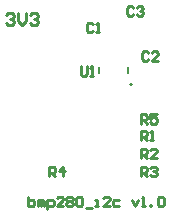
<source format=gto>
G04 Layer_Color=15132400*
%FSLAX25Y25*%
%MOIN*%
G70*
G01*
G75*
%ADD15C,0.01000*%
%ADD20C,0.00787*%
D15*
X154133Y312666D02*
X153600Y313199D01*
X152533D01*
X152000Y312666D01*
Y310533D01*
X152533Y310000D01*
X153600D01*
X154133Y310533D01*
X155199Y310000D02*
X156265D01*
X155732D01*
Y313199D01*
X155199Y312666D01*
X172633Y303166D02*
X172099Y303699D01*
X171033D01*
X170500Y303166D01*
Y301033D01*
X171033Y300500D01*
X172099D01*
X172633Y301033D01*
X175832Y300500D02*
X173699D01*
X175832Y302633D01*
Y303166D01*
X175299Y303699D01*
X174232D01*
X173699Y303166D01*
X167633Y318166D02*
X167099Y318699D01*
X166033D01*
X165500Y318166D01*
Y316033D01*
X166033Y315500D01*
X167099D01*
X167633Y316033D01*
X168699Y318166D02*
X169232Y318699D01*
X170299D01*
X170832Y318166D01*
Y317633D01*
X170299Y317099D01*
X169765D01*
X170299D01*
X170832Y316566D01*
Y316033D01*
X170299Y315500D01*
X169232D01*
X168699Y316033D01*
X170000Y274000D02*
Y277199D01*
X171599D01*
X172133Y276666D01*
Y275600D01*
X171599Y275066D01*
X170000D01*
X171066D02*
X172133Y274000D01*
X173199D02*
X174265D01*
X173732D01*
Y277199D01*
X173199Y276666D01*
X170000Y268000D02*
Y271199D01*
X171599D01*
X172133Y270666D01*
Y269600D01*
X171599Y269066D01*
X170000D01*
X171066D02*
X172133Y268000D01*
X175332D02*
X173199D01*
X175332Y270133D01*
Y270666D01*
X174799Y271199D01*
X173732D01*
X173199Y270666D01*
X170000Y262000D02*
Y265199D01*
X171599D01*
X172133Y264666D01*
Y263599D01*
X171599Y263066D01*
X170000D01*
X171066D02*
X172133Y262000D01*
X173199Y264666D02*
X173732Y265199D01*
X174799D01*
X175332Y264666D01*
Y264133D01*
X174799Y263599D01*
X174265D01*
X174799D01*
X175332Y263066D01*
Y262533D01*
X174799Y262000D01*
X173732D01*
X173199Y262533D01*
X139500Y262000D02*
Y265199D01*
X141100D01*
X141633Y264666D01*
Y263599D01*
X141100Y263066D01*
X139500D01*
X140566D02*
X141633Y262000D01*
X144299D02*
Y265199D01*
X142699Y263599D01*
X144832D01*
X170000Y279500D02*
Y282699D01*
X171599D01*
X172133Y282166D01*
Y281100D01*
X171599Y280566D01*
X170000D01*
X171066D02*
X172133Y279500D01*
X175332Y282699D02*
X173199D01*
Y281100D01*
X174265Y281633D01*
X174799D01*
X175332Y281100D01*
Y280033D01*
X174799Y279500D01*
X173732D01*
X173199Y280033D01*
X150000Y298699D02*
Y296033D01*
X150533Y295500D01*
X151600D01*
X152133Y296033D01*
Y298699D01*
X153199Y295500D02*
X154265D01*
X153732D01*
Y298699D01*
X153199Y298166D01*
X125000Y315832D02*
X125666Y316499D01*
X126999D01*
X127666Y315832D01*
Y315166D01*
X126999Y314499D01*
X126333D01*
X126999D01*
X127666Y313833D01*
Y313166D01*
X126999Y312500D01*
X125666D01*
X125000Y313166D01*
X128999Y316499D02*
Y313833D01*
X130332Y312500D01*
X131665Y313833D01*
Y316499D01*
X132997Y315832D02*
X133664Y316499D01*
X134997D01*
X135663Y315832D01*
Y315166D01*
X134997Y314499D01*
X134330D01*
X134997D01*
X135663Y313833D01*
Y313166D01*
X134997Y312500D01*
X133664D01*
X132997Y313166D01*
X132500Y255199D02*
Y252000D01*
X134099D01*
X134633Y252533D01*
Y253066D01*
Y253600D01*
X134099Y254133D01*
X132500D01*
X135699Y252000D02*
Y254133D01*
X136232D01*
X136765Y253600D01*
Y252000D01*
Y253600D01*
X137299Y254133D01*
X137832Y253600D01*
Y252000D01*
X138898Y250934D02*
Y254133D01*
X140497D01*
X141031Y253600D01*
Y252533D01*
X140497Y252000D01*
X138898D01*
X144229D02*
X142097D01*
X144229Y254133D01*
Y254666D01*
X143696Y255199D01*
X142630D01*
X142097Y254666D01*
X145296D02*
X145829Y255199D01*
X146895D01*
X147429Y254666D01*
Y254133D01*
X146895Y253600D01*
X147429Y253066D01*
Y252533D01*
X146895Y252000D01*
X145829D01*
X145296Y252533D01*
Y253066D01*
X145829Y253600D01*
X145296Y254133D01*
Y254666D01*
X145829Y253600D02*
X146895D01*
X148495Y254666D02*
X149028Y255199D01*
X150094D01*
X150628Y254666D01*
Y252533D01*
X150094Y252000D01*
X149028D01*
X148495Y252533D01*
Y254666D01*
X151694Y251467D02*
X153826D01*
X154893Y252000D02*
X155959D01*
X155426D01*
Y254133D01*
X154893D01*
X159691Y252000D02*
X157559D01*
X159691Y254133D01*
Y254666D01*
X159158Y255199D01*
X158092D01*
X157559Y254666D01*
X162890Y254133D02*
X161291D01*
X160758Y253600D01*
Y252533D01*
X161291Y252000D01*
X162890D01*
X167156Y254133D02*
X168222Y252000D01*
X169288Y254133D01*
X170354Y252000D02*
X171421D01*
X170888D01*
Y255199D01*
X170354Y254666D01*
X173020Y252000D02*
Y252533D01*
X173553D01*
Y252000D01*
X173020D01*
X175686Y254666D02*
X176219Y255199D01*
X177286D01*
X177819Y254666D01*
Y252533D01*
X177286Y252000D01*
X176219D01*
X175686Y252533D01*
Y254666D01*
D20*
X167201Y292579D02*
G03*
X167201Y292579I-394J0D01*
G01*
X165921Y296516D02*
Y298484D01*
X156079Y296516D02*
Y298484D01*
M02*

</source>
